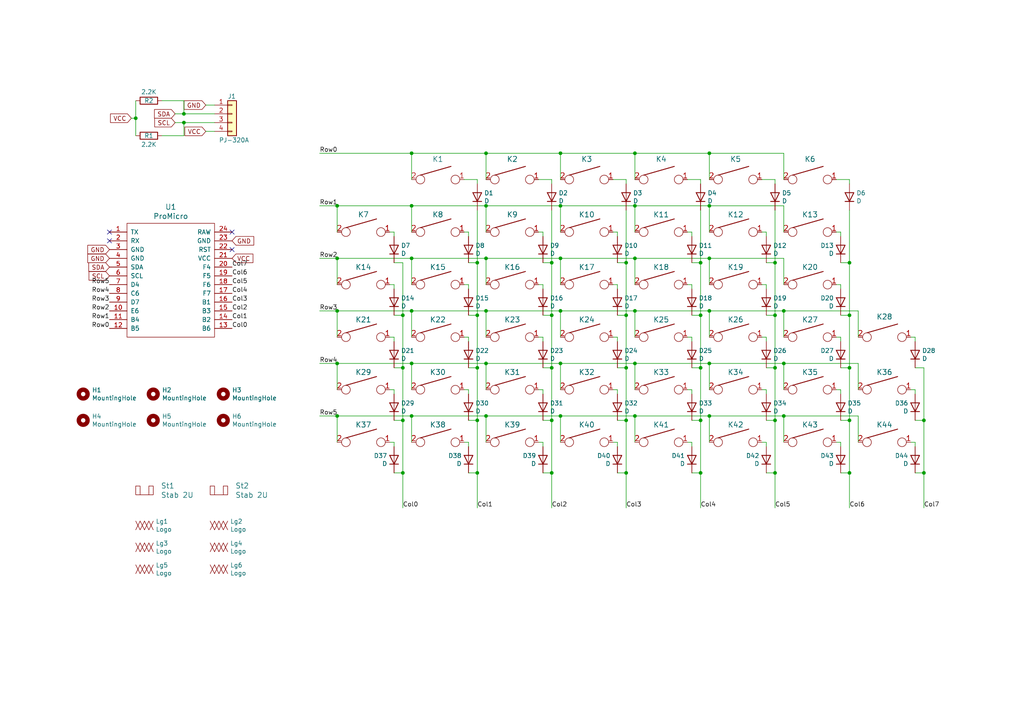
<source format=kicad_sch>
(kicad_sch (version 20211123) (generator eeschema)
  (paper "A4")
  (lib_symbols
    (symbol "Connector_Generic:Conn_01x04" (pin_names (offset 1.016) hide)
      (property "Reference" "J" (at 0 5.08 0))
      (property "Value" "Conn_01x04" (at 0 -7.62 0))
      (symbol "Conn_01x04_1_1"
        (rectangle (start -1.27 -4.953) (end 0 -5.207) (stroke (width 0.1524)))
        (rectangle (start -1.27 -2.413) (end 0 -2.667) (stroke (width 0.1524)))
        (rectangle (start -1.27 0.127) (end 0 -0.127) (stroke (width 0.1524)))
        (rectangle (start -1.27 2.667) (end 0 2.413) (stroke (width 0.1524)))
        (rectangle (start -1.27 3.81) (end 1.27 -6.35) (stroke (width 0.254)) (fill (type background)))
        (pin passive line (at -5.08 2.54 0) (length 3.81) (name "Pin_1") (number "1"))
        (pin passive line (at -5.08 0 0) (length 3.81) (name "Pin_2") (number "2"))
        (pin passive line (at -5.08 -2.54 0) (length 3.81) (name "Pin_3") (number "3"))
        (pin passive line (at -5.08 -5.08 0) (length 3.81) (name "Pin_4") (number "4"))
      )
    )
    (symbol "Device:D" (pin_numbers hide) (pin_names (offset 1.016) hide)
      (property "Reference" "D" (at 0 2.54 0))
      (property "Value" "D" (at 0 -2.54 0))
      (symbol "D_0_1"
        (polyline (pts (xy -1.27 1.27) (xy -1.27 -1.27)) (stroke (width 0.254)))
        (polyline (pts (xy 1.27 0) (xy -1.27 0)))
        (polyline (pts (xy 1.27 1.27) (xy 1.27 -1.27) (xy -1.27 0) (xy 1.27 1.27)) (stroke (width 0.254)))
      )
      (symbol "D_1_1"
        (pin passive line (at -3.81 0 0) (length 2.54) (name "K") (number "1"))
        (pin passive line (at 3.81 0 180) (length 2.54) (name "A") (number "2"))
      )
    )
    (symbol "Device:R" (pin_numbers hide) (pin_names (offset 0))
      (property "Reference" "R" (at 2.032 0 90))
      (property "Value" "R" (at 0 0 90))
      (symbol "R_0_1"
        (rectangle (start -1.016 -2.54) (end 1.016 2.54) (stroke (width 0.254)))
      )
      (symbol "R_1_1"
        (pin passive line (at 0 3.81 270) (length 1.27) (name "~") (number "1"))
        (pin passive line (at 0 -3.81 90) (length 1.27) (name "~") (number "2"))
      )
    )
    (symbol "ErgoMax:Logo" (pin_names (offset 1.016))
      (property "Reference" "Lg" (at 0 -2.54 0))
      (property "Value" "Logo" (at 0 2.54 0))
      (symbol "Logo_0_1"
        (polyline (pts (xy -2.54 1.27) (xy -1.27 -1.27)))
        (polyline (pts (xy -1.27 -1.27) (xy 0 1.27)))
        (polyline (pts (xy -1.27 1.27) (xy -2.54 -1.27)))
        (polyline (pts (xy -1.27 1.27) (xy 0 -1.27)))
        (polyline (pts (xy 0 -1.27) (xy 1.27 1.27)))
        (polyline (pts (xy 0 1.27) (xy 1.27 -1.27)))
        (polyline (pts (xy 1.27 -1.27) (xy 2.54 1.27)))
        (polyline (pts (xy 1.27 1.27) (xy 2.54 -1.27)))
      )
    )
    (symbol "ErgoMax:Stabilizer" (pin_names (offset 1.016))
      (property "Reference" "St" (at 0 -2.54 0))
      (property "Value" "Stabilizer" (at 0 2.54 0))
      (symbol "Stabilizer_0_1"
        (rectangle (start -2.54 1.27) (end -1.27 -1.27))
        (polyline (pts (xy 1.27 -1.27) (xy -1.27 -1.27)))
        (rectangle (start 1.27 1.27) (end 2.54 -1.27))
      )
    )
    (symbol "Mechanical:MountingHole" (pin_names (offset 1.016))
      (property "Reference" "H" (at 0 5.08 0))
      (property "Value" "MountingHole" (at 0 3.175 0))
      (symbol "MountingHole_0_1"
        (circle (center 0 0) (radius 1.27) (stroke (width 1.27)))
      )
    )
    (symbol "keyboard_parts:KEYSW" (pin_names (offset 1.016))
      (property "Reference" "K?" (at -1.27 0 0))
      (symbol "KEYSW_0_1"
        (circle (center -5.08 0) (radius 1.27))
        (polyline (pts (xy -5.08 1.27) (xy 3.81 3.81)) (stroke (width 0.254)))
        (circle (center 5.08 0) (radius 1.27))
      )
      (symbol "KEYSW_1_1"
        (pin passive line (at 7.62 0 180) (length 1.27) (name "~") (number "1"))
        (pin passive line (at -7.62 0 0) (length 1.27) (name "~") (number "2"))
      )
    )
    (symbol "promicro:ProMicro" (pin_names (offset 1.016))
      (property "Reference" "U" (at 0 24.13 0))
      (property "Value" "ProMicro" (at 0 -13.97 0))
      (symbol "ProMicro_0_1"
        (rectangle (start -12.7 21.59) (end 12.7 -11.43))
      )
      (symbol "ProMicro_1_1"
        (pin bidirectional line (at -17.78 19.05 0) (length 5.08) (name "TX") (number "1"))
        (pin bidirectional line (at -17.78 -3.81 0) (length 5.08) (name "E6") (number "10"))
        (pin bidirectional line (at -17.78 -6.35 0) (length 5.08) (name "B4") (number "11"))
        (pin bidirectional line (at -17.78 -8.89 0) (length 5.08) (name "B5") (number "12"))
        (pin bidirectional line (at 17.78 -8.89 180) (length 5.08) (name "B6") (number "13"))
        (pin bidirectional line (at 17.78 -6.35 180) (length 5.08) (name "B2") (number "14"))
        (pin bidirectional line (at 17.78 -3.81 180) (length 5.08) (name "B3") (number "15"))
        (pin bidirectional line (at 17.78 -1.27 180) (length 5.08) (name "B1") (number "16"))
        (pin bidirectional line (at 17.78 1.27 180) (length 5.08) (name "F7") (number "17"))
        (pin bidirectional line (at 17.78 3.81 180) (length 5.08) (name "F6") (number "18"))
        (pin bidirectional line (at 17.78 6.35 180) (length 5.08) (name "F5") (number "19"))
        (pin bidirectional line (at -17.78 16.51 0) (length 5.08) (name "RX") (number "2"))
        (pin bidirectional line (at 17.78 8.89 180) (length 5.08) (name "F4") (number "20"))
        (pin power_out line (at 17.78 11.43 180) (length 5.08) (name "VCC") (number "21"))
        (pin input line (at 17.78 13.97 180) (length 5.08) (name "RST") (number "22"))
        (pin power_in line (at 17.78 16.51 180) (length 5.08) (name "GND") (number "23"))
        (pin power_out line (at 17.78 19.05 180) (length 5.08) (name "RAW") (number "24"))
        (pin power_in line (at -17.78 13.97 0) (length 5.08) (name "GND") (number "3"))
        (pin power_in line (at -17.78 11.43 0) (length 5.08) (name "GND") (number "4"))
        (pin bidirectional line (at -17.78 8.89 0) (length 5.08) (name "SDA") (number "5"))
        (pin bidirectional line (at -17.78 6.35 0) (length 5.08) (name "SCL") (number "6"))
        (pin bidirectional line (at -17.78 3.81 0) (length 5.08) (name "D4") (number "7"))
        (pin bidirectional line (at -17.78 1.27 0) (length 5.08) (name "C6") (number "8"))
        (pin bidirectional line (at -17.78 -1.27 0) (length 5.08) (name "D7") (number "9"))
      )
    )
  )
  (junction (at 53.34 33.02))
  (junction (at 224.79 106.68))
  (junction (at 140.97 74.93))
  (junction (at 39.37 34.29))
  (junction (at 97.79 120.65))
  (junction (at 203.2 137.16))
  (junction (at 162.56 105.41))
  (junction (at 116.84 91.44))
  (junction (at 205.74 44.45))
  (junction (at 205.74 105.41))
  (junction (at 205.74 74.93))
  (junction (at 205.74 59.69))
  (junction (at 203.2 121.92))
  (junction (at 246.38 91.44))
  (junction (at 140.97 44.45))
  (junction (at 224.79 121.92))
  (junction (at 203.2 76.2))
  (junction (at 119.38 44.45))
  (junction (at 97.79 90.17))
  (junction (at 184.15 59.69))
  (junction (at 224.79 91.44))
  (junction (at 116.84 137.16))
  (junction (at 184.15 120.65))
  (junction (at 205.74 90.17))
  (junction (at 184.15 44.45))
  (junction (at 162.56 74.93))
  (junction (at 140.97 90.17))
  (junction (at 267.97 137.16))
  (junction (at 119.38 74.93))
  (junction (at 181.61 76.2))
  (junction (at 162.56 59.69))
  (junction (at 97.79 105.41))
  (junction (at 138.43 137.16))
  (junction (at 119.38 90.17))
  (junction (at 227.33 120.65))
  (junction (at 140.97 105.41))
  (junction (at 246.38 106.68))
  (junction (at 138.43 76.2))
  (junction (at 203.2 106.68))
  (junction (at 184.15 90.17))
  (junction (at 181.61 106.68))
  (junction (at 97.79 59.69))
  (junction (at 119.38 120.65))
  (junction (at 224.79 137.16))
  (junction (at 162.56 90.17))
  (junction (at 119.38 105.41))
  (junction (at 97.79 74.93))
  (junction (at 160.02 106.68))
  (junction (at 140.97 59.69))
  (junction (at 203.2 91.44))
  (junction (at 184.15 74.93))
  (junction (at 160.02 137.16))
  (junction (at 119.38 59.69))
  (junction (at 224.79 76.2))
  (junction (at 205.74 120.65))
  (junction (at 116.84 106.68))
  (junction (at 227.33 90.17))
  (junction (at 162.56 44.45))
  (junction (at 184.15 105.41))
  (junction (at 138.43 106.68))
  (junction (at 246.38 121.92))
  (junction (at 267.97 121.92))
  (junction (at 160.02 91.44))
  (junction (at 246.38 76.2))
  (junction (at 162.56 120.65))
  (junction (at 140.97 120.65))
  (junction (at 181.61 121.92))
  (junction (at 160.02 76.2))
  (junction (at 116.84 121.92))
  (junction (at 138.43 121.92))
  (junction (at 138.43 91.44))
  (junction (at 181.61 137.16))
  (junction (at 160.02 121.92))
  (junction (at 181.61 91.44))
  (junction (at 53.34 35.56))
  (junction (at 246.38 137.16))
  (junction (at 227.33 105.41))
  (no_connect (at 31.75 67.31))
  (no_connect (at 31.75 69.85))
  (no_connect (at 67.31 72.39))
  (no_connect (at 67.31 67.31))
  (wire (pts (xy 205.74 90.17) (xy 184.15 90.17)))
  (wire (pts (xy 53.34 35.56) (xy 62.23 35.56)))
  (wire (pts (xy 97.79 82.55) (xy 97.79 74.93)))
  (wire (pts (xy 200.66 97.79) (xy 200.66 99.06)))
  (wire (pts (xy 200.66 106.68) (xy 203.2 106.68)))
  (wire (pts (xy 135.89 76.2) (xy 138.43 76.2)))
  (wire (pts (xy 53.34 39.37) (xy 53.34 35.56)))
  (wire (pts (xy 160.02 91.44) (xy 160.02 106.68)))
  (wire (pts (xy 113.03 113.03) (xy 114.3 113.03)))
  (wire (pts (xy 199.39 113.03) (xy 200.66 113.03)))
  (wire (pts (xy 46.99 29.21) (xy 53.34 29.21)))
  (wire (pts (xy 181.61 60.96) (xy 181.61 76.2)))
  (wire (pts (xy 92.71 44.45) (xy 119.38 44.45)))
  (wire (pts (xy 177.8 128.27) (xy 179.07 128.27)))
  (wire (pts (xy 162.56 52.07) (xy 162.56 44.45)))
  (wire (pts (xy 162.56 113.03) (xy 162.56 105.41)))
  (wire (pts (xy 184.15 52.07) (xy 184.15 44.45)))
  (wire (pts (xy 203.2 76.2) (xy 203.2 91.44)))
  (wire (pts (xy 248.92 113.03) (xy 248.92 105.41)))
  (wire (pts (xy 177.8 113.03) (xy 179.07 113.03)))
  (wire (pts (xy 162.56 97.79) (xy 162.56 90.17)))
  (wire (pts (xy 50.8 33.02) (xy 53.34 33.02)))
  (wire (pts (xy 97.79 67.31) (xy 97.79 59.69)))
  (wire (pts (xy 246.38 106.68) (xy 246.38 121.92)))
  (wire (pts (xy 184.15 113.03) (xy 184.15 105.41)))
  (wire (pts (xy 157.48 137.16) (xy 160.02 137.16)))
  (wire (pts (xy 265.43 106.68) (xy 267.97 106.68)))
  (wire (pts (xy 135.89 137.16) (xy 138.43 137.16)))
  (wire (pts (xy 157.48 121.92) (xy 160.02 121.92)))
  (wire (pts (xy 116.84 106.68) (xy 116.84 121.92)))
  (wire (pts (xy 162.56 67.31) (xy 162.56 59.69)))
  (wire (pts (xy 246.38 121.92) (xy 246.38 137.16)))
  (wire (pts (xy 267.97 106.68) (xy 267.97 121.92)))
  (wire (pts (xy 162.56 120.65) (xy 140.97 120.65)))
  (wire (pts (xy 59.69 30.48) (xy 62.23 30.48)))
  (wire (pts (xy 243.84 76.2) (xy 246.38 76.2)))
  (wire (pts (xy 97.79 97.79) (xy 97.79 90.17)))
  (wire (pts (xy 222.25 137.16) (xy 224.79 137.16)))
  (wire (pts (xy 135.89 113.03) (xy 135.89 114.3)))
  (wire (pts (xy 243.84 129.54) (xy 243.84 128.27)))
  (wire (pts (xy 200.66 128.27) (xy 200.66 129.54)))
  (wire (pts (xy 243.84 91.44) (xy 246.38 91.44)))
  (wire (pts (xy 119.38 97.79) (xy 119.38 90.17)))
  (wire (pts (xy 227.33 67.31) (xy 227.33 59.69)))
  (wire (pts (xy 157.48 91.44) (xy 160.02 91.44)))
  (wire (pts (xy 134.62 97.79) (xy 135.89 97.79)))
  (wire (pts (xy 227.33 97.79) (xy 227.33 90.17)))
  (wire (pts (xy 222.25 97.79) (xy 222.25 99.06)))
  (wire (pts (xy 138.43 137.16) (xy 138.43 147.32)))
  (wire (pts (xy 140.97 90.17) (xy 119.38 90.17)))
  (wire (pts (xy 181.61 121.92) (xy 181.61 137.16)))
  (wire (pts (xy 114.3 67.31) (xy 114.3 68.58)))
  (wire (pts (xy 156.21 82.55) (xy 157.48 82.55)))
  (wire (pts (xy 116.84 121.92) (xy 116.84 137.16)))
  (wire (pts (xy 97.79 128.27) (xy 97.79 120.65)))
  (wire (pts (xy 114.3 76.2) (xy 116.84 76.2)))
  (wire (pts (xy 246.38 60.96) (xy 246.38 76.2)))
  (wire (pts (xy 179.07 128.27) (xy 179.07 129.54)))
  (wire (pts (xy 224.79 52.07) (xy 224.79 53.34)))
  (wire (pts (xy 184.15 120.65) (xy 162.56 120.65)))
  (wire (pts (xy 199.39 67.31) (xy 200.66 67.31)))
  (wire (pts (xy 227.33 59.69) (xy 205.74 59.69)))
  (wire (pts (xy 162.56 90.17) (xy 140.97 90.17)))
  (wire (pts (xy 181.61 52.07) (xy 177.8 52.07)))
  (wire (pts (xy 222.25 76.2) (xy 224.79 76.2)))
  (wire (pts (xy 227.33 105.41) (xy 205.74 105.41)))
  (wire (pts (xy 264.16 128.27) (xy 265.43 128.27)))
  (wire (pts (xy 181.61 106.68) (xy 181.61 121.92)))
  (wire (pts (xy 114.3 137.16) (xy 116.84 137.16)))
  (wire (pts (xy 242.57 82.55) (xy 243.84 82.55)))
  (wire (pts (xy 184.15 67.31) (xy 184.15 59.69)))
  (wire (pts (xy 162.56 74.93) (xy 140.97 74.93)))
  (wire (pts (xy 135.89 128.27) (xy 135.89 129.54)))
  (wire (pts (xy 205.74 67.31) (xy 205.74 59.69)))
  (wire (pts (xy 162.56 128.27) (xy 162.56 120.65)))
  (wire (pts (xy 140.97 74.93) (xy 119.38 74.93)))
  (wire (pts (xy 224.79 60.96) (xy 224.79 76.2)))
  (wire (pts (xy 39.37 34.29) (xy 39.37 29.21)))
  (wire (pts (xy 181.61 91.44) (xy 181.61 106.68)))
  (wire (pts (xy 134.62 67.31) (xy 135.89 67.31)))
  (wire (pts (xy 140.97 82.55) (xy 140.97 74.93)))
  (wire (pts (xy 140.97 97.79) (xy 140.97 90.17)))
  (wire (pts (xy 220.98 82.55) (xy 222.25 82.55)))
  (wire (pts (xy 200.66 91.44) (xy 203.2 91.44)))
  (wire (pts (xy 134.62 113.03) (xy 135.89 113.03)))
  (wire (pts (xy 160.02 106.68) (xy 160.02 121.92)))
  (wire (pts (xy 227.33 52.07) (xy 227.33 44.45)))
  (wire (pts (xy 179.07 91.44) (xy 181.61 91.44)))
  (wire (pts (xy 265.43 137.16) (xy 267.97 137.16)))
  (wire (pts (xy 199.39 97.79) (xy 200.66 97.79)))
  (wire (pts (xy 140.97 113.03) (xy 140.97 105.41)))
  (wire (pts (xy 38.1 34.29) (xy 39.37 34.29)))
  (wire (pts (xy 203.2 106.68) (xy 203.2 121.92)))
  (wire (pts (xy 243.84 114.3) (xy 243.84 113.03)))
  (wire (pts (xy 116.84 91.44) (xy 116.84 106.68)))
  (wire (pts (xy 184.15 128.27) (xy 184.15 120.65)))
  (wire (pts (xy 227.33 90.17) (xy 205.74 90.17)))
  (wire (pts (xy 220.98 113.03) (xy 222.25 113.03)))
  (wire (pts (xy 135.89 97.79) (xy 135.89 99.06)))
  (wire (pts (xy 156.21 52.07) (xy 160.02 52.07)))
  (wire (pts (xy 134.62 82.55) (xy 135.89 82.55)))
  (wire (pts (xy 220.98 97.79) (xy 222.25 97.79)))
  (wire (pts (xy 119.38 82.55) (xy 119.38 74.93)))
  (wire (pts (xy 227.33 82.55) (xy 227.33 74.93)))
  (wire (pts (xy 156.21 113.03) (xy 157.48 113.03)))
  (wire (pts (xy 179.07 97.79) (xy 179.07 99.06)))
  (wire (pts (xy 179.07 82.55) (xy 179.07 83.82)))
  (wire (pts (xy 184.15 97.79) (xy 184.15 90.17)))
  (wire (pts (xy 135.89 106.68) (xy 138.43 106.68)))
  (wire (pts (xy 222.25 113.03) (xy 222.25 114.3)))
  (wire (pts (xy 181.61 53.34) (xy 181.61 52.07)))
  (wire (pts (xy 248.92 105.41) (xy 227.33 105.41)))
  (wire (pts (xy 119.38 120.65) (xy 97.79 120.65)))
  (wire (pts (xy 157.48 82.55) (xy 157.48 83.82)))
  (wire (pts (xy 114.3 106.68) (xy 116.84 106.68)))
  (wire (pts (xy 179.07 67.31) (xy 179.07 68.58)))
  (wire (pts (xy 265.43 121.92) (xy 267.97 121.92)))
  (wire (pts (xy 181.61 76.2) (xy 181.61 91.44)))
  (wire (pts (xy 203.2 91.44) (xy 203.2 106.68)))
  (wire (pts (xy 205.74 105.41) (xy 184.15 105.41)))
  (wire (pts (xy 205.74 82.55) (xy 205.74 74.93)))
  (wire (pts (xy 160.02 137.16) (xy 160.02 147.32)))
  (wire (pts (xy 205.74 52.07) (xy 205.74 44.45)))
  (wire (pts (xy 114.3 82.55) (xy 114.3 83.82)))
  (wire (pts (xy 199.39 82.55) (xy 200.66 82.55)))
  (wire (pts (xy 138.43 76.2) (xy 138.43 91.44)))
  (wire (pts (xy 119.38 90.17) (xy 97.79 90.17)))
  (wire (pts (xy 242.57 97.79) (xy 243.84 97.79)))
  (wire (pts (xy 248.92 128.27) (xy 248.92 120.65)))
  (wire (pts (xy 227.33 128.27) (xy 227.33 120.65)))
  (wire (pts (xy 53.34 29.21) (xy 53.34 33.02)))
  (wire (pts (xy 157.48 128.27) (xy 157.48 129.54)))
  (wire (pts (xy 119.38 113.03) (xy 119.38 105.41)))
  (wire (pts (xy 224.79 121.92) (xy 224.79 137.16)))
  (wire (pts (xy 97.79 90.17) (xy 92.71 90.17)))
  (wire (pts (xy 200.66 67.31) (xy 200.66 68.58)))
  (wire (pts (xy 222.25 91.44) (xy 224.79 91.44)))
  (wire (pts (xy 184.15 59.69) (xy 162.56 59.69)))
  (wire (pts (xy 160.02 121.92) (xy 160.02 137.16)))
  (wire (pts (xy 140.97 67.31) (xy 140.97 59.69)))
  (wire (pts (xy 220.98 67.31) (xy 222.25 67.31)))
  (wire (pts (xy 264.16 97.79) (xy 265.43 97.79)))
  (wire (pts (xy 114.3 128.27) (xy 114.3 129.54)))
  (wire (pts (xy 205.74 59.69) (xy 184.15 59.69)))
  (wire (pts (xy 119.38 59.69) (xy 140.97 59.69)))
  (wire (pts (xy 267.97 121.92) (xy 267.97 137.16)))
  (wire (pts (xy 46.99 39.37) (xy 53.34 39.37)))
  (wire (pts (xy 140.97 105.41) (xy 119.38 105.41)))
  (wire (pts (xy 224.79 106.68) (xy 224.79 121.92)))
  (wire (pts (xy 265.43 113.03) (xy 265.43 114.3)))
  (wire (pts (xy 200.66 113.03) (xy 200.66 114.3)))
  (wire (pts (xy 135.89 67.31) (xy 135.89 68.58)))
  (wire (pts (xy 156.21 67.31) (xy 157.48 67.31)))
  (wire (pts (xy 113.03 67.31) (xy 114.3 67.31)))
  (wire (pts (xy 243.84 137.16) (xy 246.38 137.16)))
  (wire (pts (xy 177.8 97.79) (xy 179.07 97.79)))
  (wire (pts (xy 116.84 76.2) (xy 116.84 91.44)))
  (wire (pts (xy 184.15 90.17) (xy 162.56 90.17)))
  (wire (pts (xy 119.38 128.27) (xy 119.38 120.65)))
  (wire (pts (xy 162.56 82.55) (xy 162.56 74.93)))
  (wire (pts (xy 162.56 105.41) (xy 140.97 105.41)))
  (wire (pts (xy 199.39 128.27) (xy 200.66 128.27)))
  (wire (pts (xy 119.38 67.31) (xy 119.38 59.69)))
  (wire (pts (xy 243.84 99.06) (xy 243.84 97.79)))
  (wire (pts (xy 135.89 91.44) (xy 138.43 91.44)))
  (wire (pts (xy 264.16 113.03) (xy 265.43 113.03)))
  (wire (pts (xy 162.56 44.45) (xy 140.97 44.45)))
  (wire (pts (xy 246.38 91.44) (xy 246.38 106.68)))
  (wire (pts (xy 113.03 97.79) (xy 114.3 97.79)))
  (wire (pts (xy 242.57 67.31) (xy 243.84 67.31)))
  (wire (pts (xy 53.34 33.02) (xy 62.23 33.02)))
  (wire (pts (xy 114.3 121.92) (xy 116.84 121.92)))
  (wire (pts (xy 246.38 52.07) (xy 246.38 53.34)))
  (wire (pts (xy 242.57 128.27) (xy 243.84 128.27)))
  (wire (pts (xy 156.21 128.27) (xy 157.48 128.27)))
  (wire (pts (xy 113.03 82.55) (xy 114.3 82.55)))
  (wire (pts (xy 157.48 67.31) (xy 157.48 68.58)))
  (wire (pts (xy 97.79 120.65) (xy 92.71 120.65)))
  (wire (pts (xy 179.07 137.16) (xy 181.61 137.16)))
  (wire (pts (xy 227.33 120.65) (xy 205.74 120.65)))
  (wire (pts (xy 222.25 67.31) (xy 222.25 68.58)))
  (wire (pts (xy 200.66 76.2) (xy 203.2 76.2)))
  (wire (pts (xy 222.25 106.68) (xy 224.79 106.68)))
  (wire (pts (xy 179.07 76.2) (xy 181.61 76.2)))
  (wire (pts (xy 203.2 60.96) (xy 203.2 76.2)))
  (wire (pts (xy 134.62 128.27) (xy 135.89 128.27)))
  (wire (pts (xy 39.37 34.29) (xy 39.37 39.37)))
  (wire (pts (xy 157.48 106.68) (xy 160.02 106.68)))
  (wire (pts (xy 222.25 82.55) (xy 222.25 83.82)))
  (wire (pts (xy 119.38 74.93) (xy 97.79 74.93)))
  (wire (pts (xy 97.79 105.41) (xy 92.71 105.41)))
  (wire (pts (xy 138.43 106.68) (xy 138.43 121.92)))
  (wire (pts (xy 138.43 121.92) (xy 138.43 137.16)))
  (wire (pts (xy 242.57 113.03) (xy 243.84 113.03)))
  (wire (pts (xy 227.33 113.03) (xy 227.33 105.41)))
  (wire (pts (xy 224.79 76.2) (xy 224.79 91.44)))
  (wire (pts (xy 248.92 120.65) (xy 227.33 120.65)))
  (wire (pts (xy 157.48 113.03) (xy 157.48 114.3)))
  (wire (pts (xy 156.21 97.79) (xy 157.48 97.79)))
  (wire (pts (xy 184.15 105.41) (xy 162.56 105.41)))
  (wire (pts (xy 119.38 105.41) (xy 97.79 105.41)))
  (wire (pts (xy 224.79 137.16) (xy 224.79 147.32)))
  (wire (pts (xy 222.25 121.92) (xy 224.79 121.92)))
  (wire (pts (xy 116.84 137.16) (xy 116.84 147.32)))
  (wire (pts (xy 119.38 44.45) (xy 140.97 44.45)))
  (wire (pts (xy 227.33 44.45) (xy 205.74 44.45)))
  (wire (pts (xy 205.74 113.03) (xy 205.74 105.41)))
  (wire (pts (xy 248.92 90.17) (xy 227.33 90.17)))
  (wire (pts (xy 114.3 91.44) (xy 116.84 91.44)))
  (wire (pts (xy 177.8 82.55) (xy 179.07 82.55)))
  (wire (pts (xy 246.38 137.16) (xy 246.38 147.32)))
  (wire (pts (xy 181.61 137.16) (xy 181.61 147.32)))
  (wire (pts (xy 246.38 76.2) (xy 246.38 91.44)))
  (wire (pts (xy 177.8 67.31) (xy 179.07 67.31)))
  (wire (pts (xy 243.84 121.92) (xy 246.38 121.92)))
  (wire (pts (xy 140.97 128.27) (xy 140.97 120.65)))
  (wire (pts (xy 160.02 60.96) (xy 160.02 76.2)))
  (wire (pts (xy 114.3 113.03) (xy 114.3 114.3)))
  (wire (pts (xy 50.8 35.56) (xy 53.34 35.56)))
  (wire (pts (xy 138.43 60.96) (xy 138.43 76.2)))
  (wire (pts (xy 222.25 128.27) (xy 222.25 129.54)))
  (wire (pts (xy 203.2 121.92) (xy 203.2 137.16)))
  (wire (pts (xy 179.07 113.03) (xy 179.07 114.3)))
  (wire (pts (xy 203.2 137.16) (xy 203.2 147.32)))
  (wire (pts (xy 265.43 128.27) (xy 265.43 129.54)))
  (wire (pts (xy 224.79 91.44) (xy 224.79 106.68)))
  (wire (pts (xy 205.74 74.93) (xy 184.15 74.93)))
  (wire (pts (xy 200.66 82.55) (xy 200.66 83.82)))
  (wire (pts (xy 179.07 121.92) (xy 181.61 121.92)))
  (wire (pts (xy 243.84 83.82) (xy 243.84 82.55)))
  (wire (pts (xy 199.39 52.07) (xy 203.2 52.07)))
  (wire (pts (xy 157.48 97.79) (xy 157.48 99.06)))
  (wire (pts (xy 119.38 52.07) (xy 119.38 44.45)))
  (wire (pts (xy 203.2 52.07) (xy 203.2 53.34)))
  (wire (pts (xy 140.97 52.07) (xy 140.97 44.45)))
  (wire (pts (xy 59.69 38.1) (xy 62.23 38.1)))
  (wire (pts (xy 227.33 74.93) (xy 205.74 74.93)))
  (wire (pts (xy 138.43 52.07) (xy 138.43 53.34)))
  (wire (pts (xy 220.98 128.27) (xy 222.25 128.27)))
  (wire (pts (xy 160.02 52.07) (xy 160.02 53.34)))
  (wire (pts (xy 248.92 97.79) (xy 248.92 90.17)))
  (wire (pts (xy 243.84 68.58) (xy 243.84 67.31)))
  (wire (pts (xy 184.15 82.55) (xy 184.15 74.93)))
  (wire (pts (xy 242.57 52.07) (xy 246.38 52.07)))
  (wire (pts (xy 140.97 59.69) (xy 162.56 59.69)))
  (wire (pts (xy 113.03 128.27) (xy 114.3 128.27)))
  (wire (pts (xy 135.89 82.55) (xy 135.89 83.82)))
  (wire (pts (xy 97.79 113.03) (xy 97.79 105.41)))
  (wire (pts (xy 140.97 120.65) (xy 119.38 120.65)))
  (wire (pts (xy 97.79 74.93) (xy 92.71 74.93)))
  (wire (pts (xy 135.89 121.92) (xy 138.43 121.92)))
  (wire (pts (xy 200.66 137.16) (xy 203.2 137.16)))
  (wire (pts (xy 205.74 128.27) (xy 205.74 120.65)))
  (wire (pts (xy 205.74 120.65) (xy 184.15 120.65)))
  (wire (pts (xy 179.07 106.68) (xy 181.61 106.68)))
  (wire (pts (xy 200.66 121.92) (xy 203.2 121.92)))
  (wire (pts (xy 205.74 97.79) (xy 205.74 90.17)))
  (wire (pts (xy 265.43 97.79) (xy 265.43 99.06)))
  (wire (pts (xy 138.43 91.44) (xy 138.43 106.68)))
  (wire (pts (xy 157.48 76.2) (xy 160.02 76.2)))
  (wire (pts (xy 184.15 44.45) (xy 162.56 44.45)))
  (wire (pts (xy 92.71 59.69) (xy 97.79 59.69)))
  (wire (pts (xy 134.62 52.07) (xy 138.43 52.07)))
  (wire (pts (xy 220.98 52.07) (xy 224.79 52.07)))
  (wire (pts (xy 267.97 137.16) (xy 267.97 147.32)))
  (wire (pts (xy 160.02 76.2) (xy 160.02 91.44)))
  (wire (pts (xy 114.3 97.79) (xy 114.3 99.06)))
  (wire (pts (xy 243.84 106.68) (xy 246.38 106.68)))
  (wire (pts (xy 205.74 44.45) (xy 184.15 44.45)))
  (wire (pts (xy 97.79 59.69) (xy 119.38 59.69)))
  (wire (pts (xy 184.15 74.93) (xy 162.56 74.93)))
  (label "Col2" (at 67.31 90.17 0))
  (label "Row1" (at 92.71 59.69 0))
  (label "Row0" (at 92.71 44.45 0))
  (label "Col1" (at 67.31 92.71 0))
  (label "Col7" (at 267.97 147.32 0))
  (label "Row3" (at 31.75 87.63 180))
  (label "Col4" (at 203.2 147.32 0))
  (label "Row2" (at 31.75 90.17 180))
  (label "Col4" (at 67.31 85.09 0))
  (label "Col6" (at 246.38 147.32 0))
  (label "Row5" (at 92.71 120.65 0))
  (label "Col6" (at 67.31 80.01 0))
  (label "Col0" (at 116.84 147.32 0))
  (label "Row1" (at 31.75 92.71 180))
  (label "Col3" (at 67.31 87.63 0))
  (label "Col3" (at 181.61 147.32 0))
  (label "Row4" (at 31.75 85.09 180))
  (label "Col0" (at 67.31 95.25 0))
  (label "Col2" (at 160.02 147.32 0))
  (label "Row4" (at 92.71 105.41 0))
  (label "Row5" (at 31.75 82.55 180))
  (label "Col5" (at 224.79 147.32 0))
  (label "Col5" (at 67.31 82.55 0))
  (label "Row2" (at 92.71 74.93 0))
  (label "Col1" (at 138.43 147.32 0))
  (label "Col7" (at 67.31 77.47 0))
  (label "Row3" (at 92.71 90.17 0))
  (label "Row0" (at 31.75 95.25 180))
  (global_label "SDA" (shape input) (at 31.75 77.47 180) (property "Intersheet References" "${INTERSHEET_REFS}" (effects hide)))
  (global_label "SCL" (shape input) (at 31.75 80.01 180) (property "Intersheet References" "${INTERSHEET_REFS}" (effects hide)))
  (global_label "VCC" (shape input) (at 59.69 38.1 180) (property "Intersheet References" "${INTERSHEET_REFS}" (effects hide)))
  (global_label "GND" (shape input) (at 31.75 74.93 180) (property "Intersheet References" "${INTERSHEET_REFS}" (effects hide)))
  (global_label "SCL" (shape input) (at 50.8 35.56 180) (property "Intersheet References" "${INTERSHEET_REFS}" (effects hide)))
  (global_label "VCC" (shape input) (at 67.31 74.93 0) (property "Intersheet References" "${INTERSHEET_REFS}" (effects hide)))
  (global_label "VCC" (shape input) (at 38.1 34.29 180) (property "Intersheet References" "${INTERSHEET_REFS}" (effects hide)))
  (global_label "SDA" (shape input) (at 50.8 33.02 180) (property "Intersheet References" "${INTERSHEET_REFS}" (effects hide)))
  (global_label "GND" (shape input) (at 67.31 69.85 0) (property "Intersheet References" "${INTERSHEET_REFS}" (effects hide)))
  (global_label "GND" (shape input) (at 31.75 72.39 180) (property "Intersheet References" "${INTERSHEET_REFS}" (effects hide)))
  (global_label "GND" (shape input) (at 59.69 30.48 180) (property "Intersheet References" "${INTERSHEET_REFS}" (effects hide)))
  (symbol (lib_id "promicro:ProMicro") (at 49.53 86.36 0) (unit 1)
    (property "Reference" "U1" (at 49.53 60.0202 0) (effects (font (size 1.524 1.524))))
    (property "Value" "ProMicro" (at 49.53 62.7126 0) (effects (font (size 1.524 1.524))))
    (property "Footprint" "ErgoMax:ProMicroReversible" (effects hide))
  )
  (symbol (lib_id "keyboard_parts:KEYSW") (at 127 52.07 0) (unit 1)
    (property "Reference" "K1" (at 127 46.1518 0) (effects (font (size 1.524 1.524))))
    (property "Value" "KEYSW" (effects hide))
    (property "Footprint" "ErgoMax:Kailh_socket_MX_reversible" (effects hide))
  )
  (symbol (lib_id "keyboard_parts:KEYSW") (at 148.59 52.07 0) (unit 1)
    (property "Reference" "K2" (at 148.59 46.1518 0) (effects (font (size 1.524 1.524))))
    (property "Value" "KEYSW" (effects hide))
    (property "Footprint" "ErgoMax:Kailh_socket_MX_reversible" (effects hide))
  )
  (symbol (lib_id "keyboard_parts:KEYSW") (at 170.18 52.07 0) (unit 1)
    (property "Reference" "K3" (at 170.18 46.1518 0) (effects (font (size 1.524 1.524))))
    (property "Value" "KEYSW" (effects hide))
    (property "Footprint" "ErgoMax:Kailh_socket_MX_reversible" (effects hide))
  )
  (symbol (lib_id "keyboard_parts:KEYSW") (at 191.77 52.07 0) (unit 1)
    (property "Reference" "K4" (at 191.77 46.1518 0) (effects (font (size 1.524 1.524))))
    (property "Value" "KEYSW" (effects hide))
    (property "Footprint" "ErgoMax:Kailh_socket_MX_reversible" (effects hide))
  )
  (symbol (lib_id "keyboard_parts:KEYSW") (at 213.36 52.07 0) (unit 1)
    (property "Reference" "K5" (at 213.36 46.1518 0) (effects (font (size 1.524 1.524))))
    (property "Value" "KEYSW" (effects hide))
    (property "Footprint" "ErgoMax:Kailh_socket_MX_reversible" (effects hide))
  )
  (symbol (lib_id "keyboard_parts:KEYSW") (at 234.95 52.07 0) (unit 1)
    (property "Reference" "K6" (at 234.95 46.1518 0) (effects (font (size 1.524 1.524))))
    (property "Value" "KEYSW" (effects hide))
    (property "Footprint" "ErgoMax:Kailh_socket_MX_reversible" (effects hide))
  )
  (symbol (lib_id "Device:D") (at 138.43 57.15 90) (unit 1)
    (property "Reference" "D1" (at 140.4366 55.9816 90) (effects (justify right)))
    (property "Value" "D" (at 140.4366 58.293 90) (effects (justify right)))
    (property "Footprint" "ErgoMax:Diode_Long_Reversible-No3dModel" (effects hide))
  )
  (symbol (lib_id "keyboard_parts:KEYSW") (at 127 67.31 0) (unit 1)
    (property "Reference" "K8" (at 127 62.23 0) (effects (font (size 1.524 1.524))))
    (property "Value" "KEYSW" (effects hide))
    (property "Footprint" "ErgoMax:Kailh_socket_MX_reversible" (effects hide))
  )
  (symbol (lib_id "Device:D") (at 160.02 57.15 90) (unit 1)
    (property "Reference" "D2" (at 162.0266 55.9816 90) (effects (justify right)))
    (property "Value" "D" (at 162.0266 58.293 90) (effects (justify right)))
    (property "Footprint" "ErgoMax:Diode_Long_Reversible-No3dModel" (effects hide))
  )
  (symbol (lib_id "keyboard_parts:KEYSW") (at 105.41 67.31 0) (unit 1)
    (property "Reference" "K7" (at 105.41 62.23 0) (effects (font (size 1.524 1.524))))
    (property "Value" "KEYSW" (effects hide))
    (property "Footprint" "ErgoMax:Kailh_socket_MX_reversible" (effects hide))
  )
  (symbol (lib_id "Device:D") (at 181.61 57.15 90) (unit 1)
    (property "Reference" "D3" (at 183.6166 55.9816 90) (effects (justify right)))
    (property "Value" "D" (at 183.6166 58.293 90) (effects (justify right)))
    (property "Footprint" "ErgoMax:Diode_Long_Reversible-No3dModel" (effects hide))
  )
  (symbol (lib_id "Device:D") (at 203.2 57.15 90) (unit 1)
    (property "Reference" "D4" (at 205.2066 55.9816 90) (effects (justify right)))
    (property "Value" "D" (at 205.2066 58.293 90) (effects (justify right)))
    (property "Footprint" "ErgoMax:Diode_Long_Reversible-No3dModel" (effects hide))
  )
  (symbol (lib_id "Device:D") (at 224.79 57.15 90) (unit 1)
    (property "Reference" "D5" (at 226.7966 55.9816 90) (effects (justify right)))
    (property "Value" "D" (at 226.7966 58.293 90) (effects (justify right)))
    (property "Footprint" "ErgoMax:Diode_Long_Reversible-No3dModel" (effects hide))
  )
  (symbol (lib_id "Device:D") (at 246.38 57.15 90) (unit 1)
    (property "Reference" "D6" (at 248.3866 55.9816 90) (effects (justify right)))
    (property "Value" "D" (at 248.3866 58.293 90) (effects (justify right)))
    (property "Footprint" "ErgoMax:Diode_Long_Reversible-No3dModel" (effects hide))
  )
  (symbol (lib_id "keyboard_parts:KEYSW") (at 148.59 67.31 0) (unit 1)
    (property "Reference" "K9" (at 148.59 62.23 0) (effects (font (size 1.524 1.524))))
    (property "Value" "KEYSW" (effects hide))
    (property "Footprint" "ErgoMax:Kailh_socket_MX_reversible" (effects hide))
  )
  (symbol (lib_id "keyboard_parts:KEYSW") (at 170.18 67.31 0) (unit 1)
    (property "Reference" "K10" (at 170.18 62.23 0) (effects (font (size 1.524 1.524))))
    (property "Value" "KEYSW" (effects hide))
    (property "Footprint" "ErgoMax:Kailh_socket_MX_reversible" (effects hide))
  )
  (symbol (lib_id "keyboard_parts:KEYSW") (at 191.77 67.31 0) (unit 1)
    (property "Reference" "K11" (at 191.77 62.23 0) (effects (font (size 1.524 1.524))))
    (property "Value" "KEYSW" (effects hide))
    (property "Footprint" "ErgoMax:Kailh_socket_MX_reversible" (effects hide))
  )
  (symbol (lib_id "keyboard_parts:KEYSW") (at 213.36 67.31 0) (unit 1)
    (property "Reference" "K12" (at 213.36 62.23 0) (effects (font (size 1.524 1.524))))
    (property "Value" "KEYSW" (effects hide))
    (property "Footprint" "ErgoMax:Kailh_socket_MX_reversible" (effects hide))
  )
  (symbol (lib_id "keyboard_parts:KEYSW") (at 234.95 67.31 0) (unit 1)
    (property "Reference" "K13" (at 234.95 62.23 0) (effects (font (size 1.524 1.524))))
    (property "Value" "KEYSW" (effects hide))
    (property "Footprint" "ErgoMax:Kailh_socket_MX_reversible" (effects hide))
  )
  (symbol (lib_id "Device:D") (at 135.89 72.39 90) (unit 1)
    (property "Reference" "D8" (at 137.8966 71.2216 90) (effects (justify right)))
    (property "Value" "D" (at 137.8966 73.533 90) (effects (justify right)))
    (property "Footprint" "ErgoMax:Diode_Long_Reversible-No3dModel" (effects hide))
  )
  (symbol (lib_id "Device:D") (at 157.48 72.39 90) (unit 1)
    (property "Reference" "D9" (at 159.4866 71.2216 90) (effects (justify right)))
    (property "Value" "D" (at 159.4866 73.533 90) (effects (justify right)))
    (property "Footprint" "ErgoMax:Diode_Long_Reversible-No3dModel" (effects hide))
  )
  (symbol (lib_id "Device:D") (at 179.07 72.39 90) (unit 1)
    (property "Reference" "D10" (at 181.0766 71.2216 90) (effects (justify right)))
    (property "Value" "D" (at 181.0766 73.533 90) (effects (justify right)))
    (property "Footprint" "ErgoMax:Diode_Long_Reversible-No3dModel" (effects hide))
  )
  (symbol (lib_id "Device:D") (at 200.66 72.39 90) (unit 1)
    (property "Reference" "D11" (at 202.6666 71.2216 90) (effects (justify right)))
    (property "Value" "D" (at 202.6666 73.533 90) (effects (justify right)))
    (property "Footprint" "ErgoMax:Diode_Long_Reversible-No3dModel" (effects hide))
  )
  (symbol (lib_id "Device:D") (at 222.25 72.39 90) (unit 1)
    (property "Reference" "D12" (at 224.2566 71.2216 90) (effects (justify right)))
    (property "Value" "D" (at 224.2566 73.533 90) (effects (justify right)))
    (property "Footprint" "ErgoMax:Diode_Long_Reversible-No3dModel" (effects hide))
  )
  (symbol (lib_id "Device:D") (at 243.84 72.39 90) (unit 1)
    (property "Reference" "D13" (at 241.8588 71.2216 90) (effects (justify left)))
    (property "Value" "D" (at 241.8588 73.533 90) (effects (justify left)))
    (property "Footprint" "ErgoMax:Diode_Long_Reversible-No3dModel" (effects hide))
  )
  (symbol (lib_id "Device:D") (at 114.3 72.39 90) (unit 1)
    (property "Reference" "D7" (at 116.3066 71.2216 90) (effects (justify right)))
    (property "Value" "D" (at 116.3066 73.533 90) (effects (justify right)))
    (property "Footprint" "ErgoMax:Diode_Long_Reversible-No3dModel" (effects hide))
  )
  (symbol (lib_id "Connector_Generic:Conn_01x04") (at 67.31 33.02 0) (unit 1)
    (property "Reference" "J1" (at 66.04 27.94 0) (effects (justify left)))
    (property "Value" "PJ-320A" (at 63.5 40.64 0) (effects (justify left)))
    (property "Footprint" "Keebio-Parts:TRRS-PJ-320A-dual" (effects hide))
  )
  (symbol (lib_id "keyboard_parts:KEYSW") (at 127 82.55 0) (unit 1)
    (property "Reference" "K15" (at 127 77.47 0) (effects (font (size 1.524 1.524))))
    (property "Value" "KEYSW" (effects hide))
    (property "Footprint" "ErgoMax:Kailh_socket_MX_reversible" (effects hide))
  )
  (symbol (lib_id "keyboard_parts:KEYSW") (at 105.41 82.55 0) (unit 1)
    (property "Reference" "K14" (at 105.41 77.47 0) (effects (font (size 1.524 1.524))))
    (property "Value" "KEYSW" (effects hide))
    (property "Footprint" "ErgoMax:Kailh_socket_MX_reversible" (effects hide))
  )
  (symbol (lib_id "keyboard_parts:KEYSW") (at 148.59 82.55 0) (unit 1)
    (property "Reference" "K16" (at 148.59 77.47 0) (effects (font (size 1.524 1.524))))
    (property "Value" "KEYSW" (effects hide))
    (property "Footprint" "ErgoMax:Kailh_socket_MX_reversible" (effects hide))
  )
  (symbol (lib_id "keyboard_parts:KEYSW") (at 170.18 82.55 0) (unit 1)
    (property "Reference" "K17" (at 170.18 77.47 0) (effects (font (size 1.524 1.524))))
    (property "Value" "KEYSW" (effects hide))
    (property "Footprint" "ErgoMax:Kailh_socket_MX_reversible" (effects hide))
  )
  (symbol (lib_id "keyboard_parts:KEYSW") (at 191.77 82.55 0) (unit 1)
    (property "Reference" "K18" (at 191.77 77.47 0) (effects (font (size 1.524 1.524))))
    (property "Value" "KEYSW" (effects hide))
    (property "Footprint" "ErgoMax:Kailh_socket_MX_reversible" (effects hide))
  )
  (symbol (lib_id "keyboard_parts:KEYSW") (at 213.36 82.55 0) (unit 1)
    (property "Reference" "K19" (at 213.36 77.47 0) (effects (font (size 1.524 1.524))))
    (property "Value" "KEYSW" (effects hide))
    (property "Footprint" "ErgoMax:Kailh_socket_MX_reversible" (effects hide))
  )
  (symbol (lib_id "keyboard_parts:KEYSW") (at 234.95 82.55 0) (unit 1)
    (property "Reference" "K20" (at 234.95 77.47 0) (effects (font (size 1.524 1.524))))
    (property "Value" "KEYSW" (effects hide))
    (property "Footprint" "ErgoMax:Kailh_socket_MX_reversible" (effects hide))
  )
  (symbol (lib_id "Device:D") (at 135.89 87.63 90) (unit 1)
    (property "Reference" "D15" (at 137.8966 86.4616 90) (effects (justify right)))
    (property "Value" "D" (at 137.8966 88.773 90) (effects (justify right)))
    (property "Footprint" "ErgoMax:Diode_Long_Reversible-No3dModel" (effects hide))
  )
  (symbol (lib_id "Device:D") (at 157.48 87.63 90) (unit 1)
    (property "Reference" "D16" (at 159.4866 86.4616 90) (effects (justify right)))
    (property "Value" "D" (at 159.4866 88.773 90) (effects (justify right)))
    (property "Footprint" "ErgoMax:Diode_Long_Reversible-No3dModel" (effects hide))
  )
  (symbol (lib_id "Device:D") (at 179.07 87.63 90) (unit 1)
    (property "Reference" "D17" (at 181.0766 86.4616 90) (effects (justify right)))
    (property "Value" "D" (at 181.0766 88.773 90) (effects (justify right)))
    (property "Footprint" "ErgoMax:Diode_Long_Reversible-No3dModel" (effects hide))
  )
  (symbol (lib_id "Device:D") (at 200.66 87.63 90) (unit 1)
    (property "Reference" "D18" (at 202.6666 86.4616 90) (effects (justify right)))
    (property "Value" "D" (at 202.6666 88.773 90) (effects (justify right)))
    (property "Footprint" "ErgoMax:Diode_Long_Reversible-No3dModel" (effects hide))
  )
  (symbol (lib_id "Device:D") (at 222.25 87.63 90) (unit 1)
    (property "Reference" "D19" (at 224.2566 86.4616 90) (effects (justify right)))
    (property "Value" "D" (at 224.2566 88.773 90) (effects (justify right)))
    (property "Footprint" "ErgoMax:Diode_Long_Reversible-No3dModel" (effects hide))
  )
  (symbol (lib_id "Device:D") (at 243.84 87.63 90) (unit 1)
    (property "Reference" "D20" (at 241.8588 86.4616 90) (effects (justify left)))
    (property "Value" "D" (at 241.8588 88.773 90) (effects (justify left)))
    (property "Footprint" "ErgoMax:Diode_Long_Reversible-No3dModel" (effects hide))
  )
  (symbol (lib_id "Device:D") (at 114.3 87.63 90) (unit 1)
    (property "Reference" "D14" (at 116.3066 86.4616 90) (effects (justify right)))
    (property "Value" "D" (at 116.3066 88.773 90) (effects (justify right)))
    (property "Footprint" "ErgoMax:Diode_Long_Reversible-No3dModel" (effects hide))
  )
  (symbol (lib_id "keyboard_parts:KEYSW") (at 127 97.79 0) (unit 1)
    (property "Reference" "K22" (at 127 92.71 0) (effects (font (size 1.524 1.524))))
    (property "Value" "KEYSW" (effects hide))
    (property "Footprint" "ErgoMax:Kailh_socket_MX_reversible" (effects hide))
  )
  (symbol (lib_id "keyboard_parts:KEYSW") (at 105.41 97.79 0) (unit 1)
    (property "Reference" "K21" (at 105.41 92.71 0) (effects (font (size 1.524 1.524))))
    (property "Value" "KEYSW" (effects hide))
    (property "Footprint" "ErgoMax:Kailh_socket_MX_reversible" (effects hide))
  )
  (symbol (lib_id "keyboard_parts:KEYSW") (at 148.59 97.79 0) (unit 1)
    (property "Reference" "K23" (at 148.59 92.71 0) (effects (font (size 1.524 1.524))))
    (property "Value" "KEYSW" (effects hide))
    (property "Footprint" "ErgoMax:Kailh_socket_MX_reversible" (effects hide))
  )
  (symbol (lib_id "keyboard_parts:KEYSW") (at 170.18 97.79 0) (unit 1)
    (property "Reference" "K24" (at 170.18 92.71 0) (effects (font (size 1.524 1.524))))
    (property "Value" "KEYSW" (effects hide))
    (property "Footprint" "ErgoMax:Kailh_socket_MX_reversible" (effects hide))
  )
  (symbol (lib_id "keyboard_parts:KEYSW") (at 191.77 97.79 0) (unit 1)
    (property "Reference" "K25" (at 191.77 92.71 0) (effects (font (size 1.524 1.524))))
    (property "Value" "KEYSW" (effects hide))
    (property "Footprint" "ErgoMax:Kailh_socket_MX_reversible" (effects hide))
  )
  (symbol (lib_id "keyboard_parts:KEYSW") (at 213.36 97.79 0) (unit 1)
    (property "Reference" "K26" (at 213.36 92.71 0) (effects (font (size 1.524 1.524))))
    (property "Value" "KEYSW" (effects hide))
    (property "Footprint" "ErgoMax:Kailh_socket_MX_reversible" (effects hide))
  )
  (symbol (lib_id "keyboard_parts:KEYSW") (at 234.95 97.79 0) (unit 1)
    (property "Reference" "K27" (at 234.95 92.71 0) (effects (font (size 1.524 1.524))))
    (property "Value" "KEYSW" (effects hide))
    (property "Footprint" "ErgoMax:Kailh_socket_MX_reversible" (effects hide))
  )
  (symbol (lib_id "Device:D") (at 135.89 102.87 90) (unit 1)
    (property "Reference" "D22" (at 137.8966 101.7016 90) (effects (justify right)))
    (property "Value" "D" (at 137.8966 104.013 90) (effects (justify right)))
    (property "Footprint" "ErgoMax:Diode_Long_Reversible-No3dModel" (effects hide))
  )
  (symbol (lib_id "Device:D") (at 157.48 102.87 90) (unit 1)
    (property "Reference" "D23" (at 159.4866 101.7016 90) (effects (justify right)))
    (property "Value" "D" (at 159.4866 104.013 90) (effects (justify right)))
    (property "Footprint" "ErgoMax:Diode_Long_Reversible-No3dModel" (effects hide))
  )
  (symbol (lib_id "Device:D") (at 179.07 102.87 90) (unit 1)
    (property "Reference" "D24" (at 181.0766 101.7016 90) (effects (justify right)))
    (property "Value" "D" (at 181.0766 104.013 90) (effects (justify right)))
    (property "Footprint" "ErgoMax:Diode_Long_Reversible-No3dModel" (effects hide))
  )
  (symbol (lib_id "Device:D") (at 200.66 102.87 90) (unit 1)
    (property "Reference" "D25" (at 202.6666 101.7016 90) (effects (justify right)))
    (property "Value" "D" (at 202.6666 104.013 90) (effects (justify right)))
    (property "Footprint" "ErgoMax:Diode_Long_Reversible-No3dModel" (effects hide))
  )
  (symbol (lib_id "Device:D") (at 222.25 102.87 90) (unit 1)
    (property "Reference" "D26" (at 224.2566 101.7016 90) (effects (justify right)))
    (property "Value" "D" (at 224.2566 104.013 90) (effects (justify right)))
    (property "Footprint" "ErgoMax:Diode_Long_Reversible-No3dModel" (effects hide))
  )
  (symbol (lib_id "Device:D") (at 243.84 102.87 90) (unit 1)
    (property "Reference" "D27" (at 241.8588 101.7016 90) (effects (justify left)))
    (property "Value" "D" (at 241.8588 104.013 90) (effects (justify left)))
    (property "Footprint" "ErgoMax:Diode_Long_Reversible-No3dModel" (effects hide))
  )
  (symbol (lib_id "Device:D") (at 114.3 102.87 90) (unit 1)
    (property "Reference" "D21" (at 116.3066 101.7016 90) (effects (justify right)))
    (property "Value" "D" (at 116.3066 104.013 90) (effects (justify right)))
    (property "Footprint" "ErgoMax:Diode_Long_Reversible-No3dModel" (effects hide))
  )
  (symbol (lib_id "keyboard_parts:KEYSW") (at 127 113.03 0) (unit 1)
    (property "Reference" "K30" (at 127 107.95 0) (effects (font (size 1.524 1.524))))
    (property "Value" "KEYSW" (effects hide))
    (property "Footprint" "ErgoMax:Kailh_socket_MX_reversible" (effects hide))
  )
  (symbol (lib_id "keyboard_parts:KEYSW") (at 105.41 113.03 0) (unit 1)
    (property "Reference" "K29" (at 105.41 107.95 0) (effects (font (size 1.524 1.524))))
    (property "Value" "KEYSW" (effects hide))
    (property "Footprint" "ErgoMax:Kailh_socket_MX_reversible" (effects hide))
  )
  (symbol (lib_id "keyboard_parts:KEYSW") (at 148.59 113.03 0) (unit 1)
    (property "Reference" "K31" (at 148.59 107.95 0) (effects (font (size 1.524 1.524))))
    (property "Value" "KEYSW" (effects hide))
    (property "Footprint" "ErgoMax:Kailh_socket_MX_reversible" (effects hide))
  )
  (symbol (lib_id "keyboard_parts:KEYSW") (at 170.18 113.03 0) (unit 1)
    (property "Reference" "K32" (at 170.18 107.95 0) (effects (font (size 1.524 1.524))))
    (property "Value" "KEYSW" (effects hide))
    (property "Footprint" "ErgoMax:Kailh_socket_MX_reversible" (effects hide))
  )
  (symbol (lib_id "keyboard_parts:KEYSW") (at 191.77 113.03 0) (unit 1)
    (property "Reference" "K33" (at 191.77 107.95 0) (effects (font (size 1.524 1.524))))
    (property "Value" "KEYSW" (effects hide))
    (property "Footprint" "ErgoMax:Kailh_socket_MX_reversible" (effects hide))
  )
  (symbol (lib_id "keyboard_parts:KEYSW") (at 213.36 113.03 0) (unit 1)
    (property "Reference" "K34" (at 213.36 107.95 0) (effects (font (size 1.524 1.524))))
    (property "Value" "KEYSW" (effects hide))
    (property "Footprint" "ErgoMax:Kailh_socket_MX_reversible" (effects hide))
  )
  (symbol (lib_id "keyboard_parts:KEYSW") (at 234.95 113.03 0) (unit 1)
    (property "Reference" "K35" (at 234.95 107.95 0) (effects (font (size 1.524 1.524))))
    (property "Value" "KEYSW" (effects hide))
    (property "Footprint" "ErgoMax:Kailh_socket_MX_reversible" (effects hide))
  )
  (symbol (lib_id "Device:D") (at 135.89 118.11 90) (unit 1)
    (property "Reference" "D30" (at 137.8966 116.9416 90) (effects (justify right)))
    (property "Value" "D" (at 137.8966 119.253 90) (effects (justify right)))
    (property "Footprint" "ErgoMax:Diode_Long_Reversible-No3dModel" (effects hide))
  )
  (symbol (lib_id "Device:D") (at 157.48 118.11 90) (unit 1)
    (property "Reference" "D31" (at 159.4866 116.9416 90) (effects (justify right)))
    (property "Value" "D" (at 159.4866 119.253 90) (effects (justify right)))
    (property "Footprint" "ErgoMax:Diode_Long_Reversible-No3dModel" (effects hide))
  )
  (symbol (lib_id "Device:D") (at 179.07 118.11 90) (unit 1)
    (property "Reference" "D32" (at 181.0766 116.9416 90) (effects (justify right)))
    (property "Value" "D" (at 181.0766 119.253 90) (effects (justify right)))
    (property "Footprint" "ErgoMax:Diode_Long_Reversible-No3dModel" (effects hide))
  )
  (symbol (lib_id "Device:D") (at 200.66 118.11 90) (unit 1)
    (property "Reference" "D33" (at 202.6666 116.9416 90) (effects (justify right)))
    (property "Value" "D" (at 202.6666 119.253 90) (effects (justify right)))
    (property "Footprint" "ErgoMax:Diode_Long_Reversible-No3dModel" (effects hide))
  )
  (symbol (lib_id "Device:D") (at 222.25 118.11 90) (unit 1)
    (property "Reference" "D34" (at 224.2566 116.9416 90) (effects (justify right)))
    (property "Value" "D" (at 224.2566 119.253 90) (effects (justify right)))
    (property "Footprint" "ErgoMax:Diode_Long_Reversible-No3dModel" (effects hide))
  )
  (symbol (lib_id "Device:D") (at 243.84 118.11 90) (unit 1)
    (property "Reference" "D35" (at 245.8466 116.9416 90) (effects (justify right)))
    (property "Value" "D" (at 245.8466 119.253 90) (effects (justify right)))
    (property "Footprint" "ErgoMax:Diode_Long_Reversible-No3dModel" (effects hide))
  )
  (symbol (lib_id "Device:D") (at 114.3 118.11 90) (unit 1)
    (property "Reference" "D29" (at 116.3066 116.9416 90) (effects (justify right)))
    (property "Value" "D" (at 116.3066 119.253 90) (effects (justify right)))
    (property "Footprint" "ErgoMax:Diode_Long_Reversible-No3dModel" (effects hide))
  )
  (symbol (lib_id "keyboard_parts:KEYSW") (at 127 128.27 0) (unit 1)
    (property "Reference" "K38" (at 127 123.19 0) (effects (font (size 1.524 1.524))))
    (property "Value" "KEYSW" (effects hide))
    (property "Footprint" "ErgoMax:Kailh_socket_MX_reversible" (effects hide))
  )
  (symbol (lib_id "keyboard_parts:KEYSW") (at 105.41 128.27 0) (unit 1)
    (property "Reference" "K37" (at 105.41 123.19 0) (effects (font (size 1.524 1.524))))
    (property "Value" "KEYSW" (effects hide))
    (property "Footprint" "ErgoMax:Kailh_socket_MX_reversible" (effects hide))
  )
  (symbol (lib_id "keyboard_parts:KEYSW") (at 148.59 128.27 0) (unit 1)
    (property "Reference" "K39" (at 148.59 123.19 0) (effects (font (size 1.524 1.524))))
    (property "Value" "KEYSW" (effects hide))
    (property "Footprint" "ErgoMax:Kailh_socket_MX_reversible" (effects hide))
  )
  (symbol (lib_id "keyboard_parts:KEYSW") (at 170.18 128.27 0) (unit 1)
    (property "Reference" "K40" (at 170.18 123.19 0) (effects (font (size 1.524 1.524))))
    (property "Value" "KEYSW" (effects hide))
    (property "Footprint" "ErgoMax:Kailh_socket_MX_reversible" (effects hide))
  )
  (symbol (lib_id "keyboard_parts:KEYSW") (at 191.77 128.27 0) (unit 1)
    (property "Reference" "K41" (at 191.77 123.19 0) (effects (font (size 1.524 1.524))))
    (property "Value" "KEYSW" (effects hide))
    (property "Footprint" "ErgoMax:Kailh_socket_MX_reversible" (effects hide))
  )
  (symbol (lib_id "keyboard_parts:KEYSW") (at 213.36 128.27 0) (unit 1)
    (property "Reference" "K42" (at 213.36 123.19 0) (effects (font (size 1.524 1.524))))
    (property "Value" "KEYSW" (effects hide))
    (property "Footprint" "ErgoMax:Kailh_socket_MX_reversible" (effects hide))
  )
  (symbol (lib_id "keyboard_parts:KEYSW") (at 234.95 128.27 0) (unit 1)
    (property "Reference" "K43" (at 234.95 123.19 0) (effects (font (size 1.524 1.524))))
    (property "Value" "KEYSW" (effects hide))
    (property "Footprint" "ErgoMax:Kailh_socket_MX_reversible" (effects hide))
  )
  (symbol (lib_id "Device:D") (at 135.89 133.35 90) (unit 1)
    (property "Reference" "D38" (at 133.9088 132.1816 90) (effects (justify left)))
    (property "Value" "D" (at 133.9088 134.493 90) (effects (justify left)))
    (property "Footprint" "ErgoMax:Diode_Long_Reversible-No3dModel" (effects hide))
  )
  (symbol (lib_id "Device:D") (at 157.48 133.35 90) (unit 1)
    (property "Reference" "D39" (at 155.4988 132.1816 90) (effects (justify left)))
    (property "Value" "D" (at 155.4988 134.493 90) (effects (justify left)))
    (property "Footprint" "ErgoMax:Diode_Long_Reversible-No3dModel" (effects hide))
  )
  (symbol (lib_id "Device:D") (at 179.07 133.35 90) (unit 1)
    (property "Reference" "D40" (at 177.0888 132.1816 90) (effects (justify left)))
    (property "Value" "D" (at 177.0888 134.493 90) (effects (justify left)))
    (property "Footprint" "ErgoMax:Diode_Long_Reversible-No3dModel" (effects hide))
  )
  (symbol (lib_id "Device:D") (at 200.66 133.35 90) (unit 1)
    (property "Reference" "D41" (at 198.6788 132.1816 90) (effects (justify left)))
    (property "Value" "D" (at 198.6788 134.493 90) (effects (justify left)))
    (property "Footprint" "ErgoMax:Diode_Long_Reversible-No3dModel" (effects hide))
  )
  (symbol (lib_id "Device:D") (at 222.25 133.35 90) (unit 1)
    (property "Reference" "D42" (at 220.2688 132.1816 90) (effects (justify left)))
    (property "Value" "D" (at 220.2688 134.493 90) (effects (justify left)))
    (property "Footprint" "ErgoMax:Diode_Long_Reversible-No3dModel" (effects hide))
  )
  (symbol (lib_id "Device:D") (at 243.84 133.35 90) (unit 1)
    (property "Reference" "D43" (at 241.8588 132.1816 90) (effects (justify left)))
    (property "Value" "D" (at 241.8588 134.493 90) (effects (justify left)))
    (property "Footprint" "ErgoMax:Diode_Long_Reversible-No3dModel" (effects hide))
  )
  (symbol (lib_id "Device:D") (at 114.3 133.35 90) (unit 1)
    (property "Reference" "D37" (at 112.3188 132.1816 90) (effects (justify left)))
    (property "Value" "D" (at 112.3188 134.493 90) (effects (justify left)))
    (property "Footprint" "ErgoMax:Diode_Long_Reversible-No3dModel" (effects hide))
  )
  (symbol (lib_id "Mechanical:MountingHole") (at 24.13 114.3 0) (unit 1)
    (property "Reference" "H1" (at 26.67 113.1316 0) (effects (justify left)))
    (property "Value" "MountingHole" (at 26.67 115.443 0) (effects (justify left)))
    (property "Footprint" "MountingHole:MountingHole_6mm" (effects hide))
  )
  (symbol (lib_id "Mechanical:MountingHole") (at 44.45 114.3 0) (unit 1)
    (property "Reference" "H2" (at 46.99 113.1316 0) (effects (justify left)))
    (property "Value" "MountingHole" (at 46.99 115.443 0) (effects (justify left)))
    (property "Footprint" "MountingHole:MountingHole_6mm" (effects hide))
  )
  (symbol (lib_id "Mechanical:MountingHole") (at 64.77 114.3 0) (unit 1)
    (property "Reference" "H3" (at 67.31 113.1316 0) (effects (justify left)))
    (property "Value" "MountingHole" (at 67.31 115.443 0) (effects (justify left)))
    (property "Footprint" "MountingHole:MountingHole_6mm" (effects hide))
  )
  (symbol (lib_id "Mechanical:MountingHole") (at 24.13 121.92 0) (unit 1)
    (property "Reference" "H4" (at 26.67 120.7516 0) (effects (justify left)))
    (property "Value" "MountingHole" (at 26.67 123.063 0) (effects (justify left)))
    (property "Footprint" "MountingHole:MountingHole_6mm" (effects hide))
  )
  (symbol (lib_id "Mechanical:MountingHole") (at 44.45 121.92 0) (unit 1)
    (property "Reference" "H5" (at 46.99 120.7516 0) (effects (justify left)))
    (property "Value" "MountingHole" (at 46.99 123.063 0) (effects (justify left)))
    (property "Footprint" "MountingHole:MountingHole_6mm" (effects hide))
  )
  (symbol (lib_id "Mechanical:MountingHole") (at 64.77 121.92 0) (unit 1)
    (property "Reference" "H6" (at 67.31 120.7516 0) (effects (justify left)))
    (property "Value" "MountingHole" (at 67.31 123.063 0) (effects (justify left)))
    (property "Footprint" "MountingHole:MountingHole_6mm" (effects hide))
  )
  (symbol (lib_id "ErgoMax:Logo") (at 41.91 152.4 0) (unit 1)
    (property "Reference" "Lg1" (at 45.1612 151.2316 0) (effects (justify left)))
    (property "Value" "Logo" (at 45.1612 153.543 0) (effects (justify left)))
    (property "Footprint" "ErgoMax:LouWii-logo" (effects hide))
  )
  (symbol (lib_id "ErgoMax:Logo") (at 63.5 152.4 0) (unit 1)
    (property "Reference" "Lg2" (at 66.7512 151.2316 0) (effects (justify left)))
    (property "Value" "Logo" (at 66.7512 153.543 0) (effects (justify left)))
    (property "Footprint" "ErgoMax:ErgoMax-logo" (effects hide))
  )
  (symbol (lib_id "ErgoMax:Stabilizer") (at 41.91 142.24 0) (unit 1)
    (property "Reference" "St1" (at 46.6344 140.8938 0) (effects (font (size 1.524 1.524)) (justify left)))
    (property "Value" "Stab 2U" (at 46.6344 143.5862 0) (effects (font (size 1.524 1.524)) (justify left)))
    (property "Footprint" "keyboard_parts:Mx_Stab_200" (effects hide))
  )
  (symbol (lib_id "ErgoMax:Stabilizer") (at 63.5 142.24 0) (unit 1)
    (property "Reference" "St2" (at 68.2244 140.8938 0) (effects (font (size 1.524 1.524)) (justify left)))
    (property "Value" "Stab 2U" (at 68.2244 143.5862 0) (effects (font (size 1.524 1.524)) (justify left)))
    (property "Footprint" "keyboard_parts:Mx_Stab_200" (effects hide))
  )
  (symbol (lib_id "ErgoMax:Logo") (at 41.91 165.1 0) (unit 1)
    (property "Reference" "Lg5" (at 45.1612 163.9316 0) (effects (justify left)))
    (property "Value" "Logo" (at 45.1612 166.243 0) (effects (justify left)))
    (property "Footprint" "ErgoMax:LeftSideText" (effects hide))
  )
  (symbol (lib_id "ErgoMax:Logo") (at 63.5 165.1 0) (unit 1)
    (property "Reference" "Lg6" (at 66.7512 163.9316 0) (effects (justify left)))
    (property "Value" "Logo" (at 66.7512 166.243 0) (effects (justify left)))
    (property "Footprint" "ErgoMax:RightSideText" (effects hide))
  )
  (symbol (lib_id "ErgoMax:Logo") (at 41.91 158.75 0) (unit 1)
    (property "Reference" "Lg3" (at 45.1612 157.5816 0) (effects (justify left)))
    (property "Value" "Logo" (at 45.1612 159.893 0) (effects (justify left)))
    (property "Footprint" "ErgoMax:LouWii-logo" (effects hide))
  )
  (symbol (lib_id "ErgoMax:Logo") (at 63.5 158.75 0) (unit 1)
    (property "Reference" "Lg4" (at 66.7512 157.5816 0) (effects (justify left)))
    (property "Value" "Logo" (at 66.7512 159.893 0) (effects (justify left)))
    (property "Footprint" "ErgoMax:ErgoMax-logo" (effects hide))
  )
  (symbol (lib_id "keyboard_parts:KEYSW") (at 256.54 128.27 0) (unit 1)
    (property "Reference" "K44" (at 256.54 123.19 0) (effects (font (size 1.524 1.524))))
    (property "Value" "KEYSW" (effects hide))
    (property "Footprint" "ErgoMax:Kailh_socket_MX_reversible" (effects hide))
  )
  (symbol (lib_id "keyboard_parts:KEYSW") (at 256.54 113.03 0) (unit 1)
    (property "Reference" "K36" (at 256.54 107.95 0) (effects (font (size 1.524 1.524))))
    (property "Value" "KEYSW" (effects hide))
    (property "Footprint" "ErgoMax:Kailh_socket_MX_reversible" (effects hide))
  )
  (symbol (lib_id "keyboard_parts:KEYSW") (at 256.54 97.79 0) (unit 1)
    (property "Reference" "K28" (at 256.54 91.8718 0) (effects (font (size 1.524 1.524))))
    (property "Value" "KEYSW" (effects hide))
    (property "Footprint" "ErgoMax:Kailh_socket_MX_reversible" (effects hide))
  )
  (symbol (lib_id "Device:D") (at 265.43 102.87 90) (unit 1)
    (property "Reference" "D28" (at 267.4366 101.7016 90) (effects (justify right)))
    (property "Value" "D" (at 267.4366 104.013 90) (effects (justify right)))
    (property "Footprint" "ErgoMax:Diode_Long_Reversible-No3dModel" (effects hide))
  )
  (symbol (lib_id "Device:D") (at 265.43 118.11 90) (unit 1)
    (property "Reference" "D36" (at 263.4488 116.9416 90) (effects (justify left)))
    (property "Value" "D" (at 263.4488 119.253 90) (effects (justify left)))
    (property "Footprint" "ErgoMax:Diode_Long_Reversible-No3dModel" (effects hide))
  )
  (symbol (lib_id "Device:D") (at 265.43 133.35 90) (unit 1)
    (property "Reference" "D44" (at 263.4488 132.1816 90) (effects (justify left)))
    (property "Value" "D" (at 263.4488 134.493 90) (effects (justify left)))
    (property "Footprint" "ErgoMax:Diode_Long_Reversible-No3dModel" (effects hide))
  )
  (symbol (lib_id "Device:R") (at 43.18 39.37 270) (unit 1)
    (property "Reference" "R1" (at 43.18 39.37 90))
    (property "Value" "2.2K" (at 43.18 41.91 90))
    (property "Footprint" "Keebio-Parts:Resistor" (effects hide))
  )
  (symbol (lib_id "Device:R") (at 43.18 29.21 270) (unit 1)
    (property "Reference" "R2" (at 43.18 29.21 90))
    (property "Value" "2.2K" (at 43.18 26.67 90))
    (property "Footprint" "Keebio-Parts:Resistor" (effects hide))
  )
)
</source>
